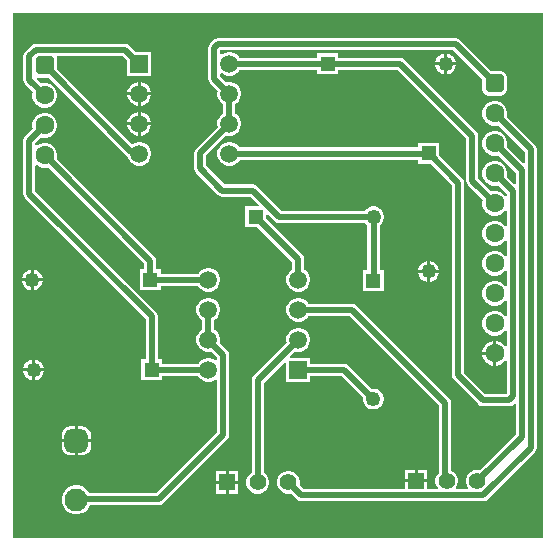
<source format=gbr>
%TF.GenerationSoftware,Altium Limited,Altium Designer,24.10.1 (45)*%
G04 Layer_Physical_Order=2*
G04 Layer_Color=16711680*
%FSLAX45Y45*%
%MOMM*%
%TF.SameCoordinates,47669921-03A9-45D4-BEC5-7B78C51FF8BB*%
%TF.FilePolarity,Positive*%
%TF.FileFunction,Copper,L2,Bot,Signal*%
%TF.Part,Single*%
G01*
G75*
%TA.AperFunction,Conductor*%
%ADD10C,0.50800*%
%TA.AperFunction,ComponentPad*%
%ADD11C,1.60000*%
G04:AMPARAMS|DCode=12|XSize=1.6mm|YSize=1.6mm|CornerRadius=0.4mm|HoleSize=0mm|Usage=FLASHONLY|Rotation=270.000|XOffset=0mm|YOffset=0mm|HoleType=Round|Shape=RoundedRectangle|*
%AMROUNDEDRECTD12*
21,1,1.60000,0.80000,0,0,270.0*
21,1,0.80000,1.60000,0,0,270.0*
1,1,0.80000,-0.40000,-0.40000*
1,1,0.80000,-0.40000,0.40000*
1,1,0.80000,0.40000,0.40000*
1,1,0.80000,0.40000,-0.40000*
%
%ADD12ROUNDEDRECTD12*%
G04:AMPARAMS|DCode=13|XSize=1.95mm|YSize=1.95mm|CornerRadius=0.4875mm|HoleSize=0mm|Usage=FLASHONLY|Rotation=270.000|XOffset=0mm|YOffset=0mm|HoleType=Round|Shape=RoundedRectangle|*
%AMROUNDEDRECTD13*
21,1,1.95000,0.97500,0,0,270.0*
21,1,0.97500,1.95000,0,0,270.0*
1,1,0.97500,-0.48750,-0.48750*
1,1,0.97500,-0.48750,0.48750*
1,1,0.97500,0.48750,0.48750*
1,1,0.97500,0.48750,-0.48750*
%
%ADD13ROUNDEDRECTD13*%
%ADD14C,1.95000*%
%ADD15R,1.40000X1.40000*%
%ADD16C,1.40000*%
%ADD17C,1.50000*%
%ADD18R,1.50000X1.50000*%
%ADD19C,1.25000*%
%ADD20R,1.25000X1.25000*%
%ADD21R,1.25000X1.25000*%
G36*
X4483100Y0D02*
X0D01*
Y4445000D01*
X4483100D01*
Y0D01*
D02*
G37*
%LPC*%
G36*
X3675000Y4100798D02*
Y4025900D01*
X3749898D01*
X3744210Y4047128D01*
X3732637Y4067172D01*
X3716272Y4083537D01*
X3696228Y4095110D01*
X3675000Y4100798D01*
D02*
G37*
G36*
X3649600D02*
X3628372Y4095110D01*
X3608328Y4083537D01*
X3591963Y4067172D01*
X3580390Y4047128D01*
X3574702Y4025900D01*
X3649600D01*
Y4100798D01*
D02*
G37*
G36*
X3749898Y4000500D02*
X3675000D01*
Y3925602D01*
X3696228Y3931290D01*
X3716272Y3942863D01*
X3732637Y3959228D01*
X3744210Y3979272D01*
X3749898Y4000500D01*
D02*
G37*
G36*
X3649600D02*
X3574702D01*
X3580390Y3979272D01*
X3591963Y3959228D01*
X3608328Y3942863D01*
X3628372Y3931290D01*
X3649600Y3925602D01*
Y4000500D01*
D02*
G37*
G36*
X948700Y4183095D02*
X189089D01*
X169268Y4179153D01*
X152465Y4167925D01*
X99275Y4114735D01*
X88047Y4097932D01*
X84105Y4078111D01*
Y3877300D01*
X88047Y3857479D01*
X99275Y3840675D01*
X165162Y3774788D01*
X161300Y3760376D01*
Y3732624D01*
X168483Y3705817D01*
X182359Y3681783D01*
X201983Y3662159D01*
X226017Y3648283D01*
X252824Y3641100D01*
X280576D01*
X307383Y3648283D01*
X331417Y3662159D01*
X351041Y3681783D01*
X364917Y3705817D01*
X372100Y3732624D01*
Y3760376D01*
X364917Y3787183D01*
X351041Y3811217D01*
X331417Y3830841D01*
X307383Y3844717D01*
X280576Y3851900D01*
X252824D01*
X238412Y3848038D01*
X199018Y3887431D01*
X206212Y3898198D01*
X209627Y3896783D01*
X226700Y3894536D01*
X299415D01*
X960394Y3233556D01*
X969155Y3227703D01*
X973242Y3212447D01*
X986460Y3189553D01*
X1005153Y3170860D01*
X1028047Y3157642D01*
X1053582Y3150800D01*
X1080018D01*
X1105553Y3157642D01*
X1128447Y3170860D01*
X1147140Y3189553D01*
X1160358Y3212447D01*
X1167200Y3237982D01*
Y3264418D01*
X1160358Y3289953D01*
X1147140Y3312847D01*
X1128447Y3331540D01*
X1105553Y3344758D01*
X1080018Y3351600D01*
X1053582D01*
X1028047Y3344758D01*
X1007534Y3332915D01*
X372664Y3967785D01*
Y4040500D01*
X370417Y4057573D01*
X366593Y4066805D01*
X374398Y4079505D01*
X927246D01*
X966400Y4040350D01*
Y3912800D01*
X1167200D01*
Y4113600D01*
X1039650D01*
X985325Y4167925D01*
X968521Y4179153D01*
X948700Y4183095D01*
D02*
G37*
G36*
X1080018Y3859600D02*
X1079500D01*
Y3771900D01*
X1167200D01*
Y3772418D01*
X1160358Y3797953D01*
X1147140Y3820847D01*
X1128447Y3839540D01*
X1105553Y3852758D01*
X1080018Y3859600D01*
D02*
G37*
G36*
X1054100D02*
X1053582D01*
X1028047Y3852758D01*
X1005153Y3839540D01*
X986460Y3820847D01*
X973242Y3797953D01*
X966400Y3772418D01*
Y3771900D01*
X1054100D01*
Y3859600D01*
D02*
G37*
G36*
X3746500Y4230095D02*
X1731558D01*
X1711737Y4226153D01*
X1694933Y4214925D01*
X1694933Y4214924D01*
X1665175Y4185167D01*
X1653947Y4168363D01*
X1650005Y4148542D01*
Y3886200D01*
X1653947Y3866379D01*
X1665175Y3849575D01*
X1731344Y3783406D01*
X1728400Y3772418D01*
Y3745982D01*
X1735242Y3720447D01*
X1748460Y3697553D01*
X1767153Y3678860D01*
X1777005Y3673172D01*
Y3591228D01*
X1767153Y3585540D01*
X1748460Y3566847D01*
X1735242Y3543953D01*
X1728400Y3518418D01*
Y3491982D01*
X1731344Y3480994D01*
X1546517Y3296167D01*
X1535289Y3279363D01*
X1531347Y3259542D01*
Y3128558D01*
X1535289Y3108737D01*
X1546517Y3091933D01*
X1734276Y2904174D01*
X1751080Y2892946D01*
X1770901Y2889004D01*
X2005089D01*
X2076659Y2817433D01*
X2071799Y2805700D01*
X1964800D01*
Y2629900D01*
X2067350D01*
X2361205Y2336046D01*
Y2270428D01*
X2351353Y2264740D01*
X2332660Y2246047D01*
X2319442Y2223153D01*
X2312600Y2197618D01*
Y2171182D01*
X2319442Y2145647D01*
X2332660Y2122753D01*
X2351353Y2104060D01*
X2374247Y2090842D01*
X2399782Y2084000D01*
X2426218D01*
X2451753Y2090842D01*
X2474647Y2104060D01*
X2493340Y2122753D01*
X2506558Y2145647D01*
X2513400Y2171182D01*
Y2197618D01*
X2506558Y2223153D01*
X2493340Y2246047D01*
X2474647Y2264740D01*
X2464795Y2270428D01*
Y2357499D01*
X2464795Y2357500D01*
X2460853Y2377321D01*
X2449625Y2394125D01*
X2140600Y2703150D01*
Y2736899D01*
X2152333Y2741759D01*
X2212917Y2681175D01*
X2229721Y2669947D01*
X2249542Y2666005D01*
X2981106D01*
X2982363Y2663828D01*
X2998555Y2647636D01*
Y2264300D01*
X2960100D01*
Y2088500D01*
X3135900D01*
Y2264300D01*
X3102145D01*
Y2644849D01*
X3106672Y2647463D01*
X3123037Y2663828D01*
X3134610Y2683872D01*
X3140600Y2706228D01*
Y2729372D01*
X3134610Y2751728D01*
X3123037Y2771772D01*
X3106672Y2788137D01*
X3086628Y2799710D01*
X3064272Y2805700D01*
X3041128D01*
X3018772Y2799710D01*
X2998728Y2788137D01*
X2982363Y2771772D01*
X2981106Y2769595D01*
X2270996D01*
X2063168Y2977424D01*
X2046364Y2988651D01*
X2026543Y2992594D01*
X1792356D01*
X1634937Y3150012D01*
Y3238088D01*
X1804594Y3407744D01*
X1815582Y3404800D01*
X1842018D01*
X1867553Y3411642D01*
X1890447Y3424860D01*
X1909140Y3443553D01*
X1922358Y3466447D01*
X1929200Y3491982D01*
Y3518418D01*
X1922358Y3543953D01*
X1909140Y3566847D01*
X1890447Y3585540D01*
X1880595Y3591228D01*
Y3673172D01*
X1890447Y3678860D01*
X1909140Y3697553D01*
X1922358Y3720447D01*
X1929200Y3745982D01*
Y3772418D01*
X1922358Y3797953D01*
X1909140Y3820847D01*
X1890447Y3839540D01*
X1867553Y3852758D01*
X1842018Y3859600D01*
X1815582D01*
X1804594Y3856656D01*
X1753595Y3907654D01*
Y3929824D01*
X1765328Y3934685D01*
X1767153Y3932860D01*
X1790047Y3919642D01*
X1815582Y3912800D01*
X1842018D01*
X1867553Y3919642D01*
X1890447Y3932860D01*
X1909140Y3951553D01*
X1914828Y3961405D01*
X2574400D01*
Y3925300D01*
X2750200D01*
Y3961405D01*
X3255146D01*
X3834405Y3382146D01*
Y3022600D01*
X3838347Y3002779D01*
X3849575Y2985975D01*
X3975162Y2860388D01*
X3971300Y2845976D01*
Y2818224D01*
X3978483Y2791417D01*
X3992359Y2767383D01*
X4011983Y2747759D01*
X4036017Y2733883D01*
X4062824Y2726700D01*
X4090576D01*
X4117383Y2733883D01*
X4141417Y2747759D01*
X4161041Y2767383D01*
X4164605Y2773556D01*
X4177305Y2770153D01*
Y2640047D01*
X4164605Y2636644D01*
X4161041Y2642817D01*
X4141417Y2662441D01*
X4117383Y2676317D01*
X4090576Y2683500D01*
X4062824D01*
X4036017Y2676317D01*
X4011983Y2662441D01*
X3992359Y2642817D01*
X3978483Y2618783D01*
X3971300Y2591976D01*
Y2564224D01*
X3978483Y2537417D01*
X3992359Y2513383D01*
X4011983Y2493759D01*
X4036017Y2479883D01*
X4062824Y2472700D01*
X4090576D01*
X4117383Y2479883D01*
X4141417Y2493759D01*
X4161041Y2513383D01*
X4164605Y2519556D01*
X4177305Y2516153D01*
Y2386047D01*
X4164605Y2382644D01*
X4161041Y2388817D01*
X4141417Y2408441D01*
X4117383Y2422317D01*
X4090576Y2429500D01*
X4062824D01*
X4036017Y2422317D01*
X4011983Y2408441D01*
X3992359Y2388817D01*
X3978483Y2364783D01*
X3971300Y2337976D01*
Y2310224D01*
X3978483Y2283417D01*
X3992359Y2259383D01*
X4011983Y2239759D01*
X4036017Y2225883D01*
X4062824Y2218700D01*
X4090576D01*
X4117383Y2225883D01*
X4141417Y2239759D01*
X4161041Y2259383D01*
X4164605Y2265556D01*
X4177305Y2262153D01*
Y2132047D01*
X4164605Y2128644D01*
X4161041Y2134817D01*
X4141417Y2154441D01*
X4117383Y2168317D01*
X4090576Y2175500D01*
X4062824D01*
X4036017Y2168317D01*
X4011983Y2154441D01*
X3992359Y2134817D01*
X3978483Y2110783D01*
X3971300Y2083976D01*
Y2056224D01*
X3978483Y2029417D01*
X3992359Y2005383D01*
X4011983Y1985759D01*
X4036017Y1971883D01*
X4062824Y1964700D01*
X4090576D01*
X4117383Y1971883D01*
X4141417Y1985759D01*
X4161041Y2005383D01*
X4164605Y2011556D01*
X4177305Y2008153D01*
Y1878047D01*
X4164605Y1874644D01*
X4161041Y1880817D01*
X4141417Y1900441D01*
X4117383Y1914317D01*
X4090576Y1921500D01*
X4062824D01*
X4036017Y1914317D01*
X4011983Y1900441D01*
X3992359Y1880817D01*
X3978483Y1856783D01*
X3971300Y1829976D01*
Y1802224D01*
X3978483Y1775417D01*
X3992359Y1751383D01*
X4011983Y1731759D01*
X4036017Y1717883D01*
X4062824Y1710700D01*
X4090576D01*
X4117383Y1717883D01*
X4141417Y1731759D01*
X4161041Y1751383D01*
X4164605Y1757556D01*
X4177305Y1754153D01*
Y1624047D01*
X4164605Y1620644D01*
X4161041Y1626817D01*
X4141417Y1646441D01*
X4117383Y1660317D01*
X4090576Y1667500D01*
X4089400D01*
Y1562100D01*
Y1456700D01*
X4090576D01*
X4117383Y1463883D01*
X4141417Y1477759D01*
X4161041Y1497383D01*
X4164605Y1503556D01*
X4177305Y1500153D01*
Y1220195D01*
X3996554D01*
X3816845Y1399904D01*
Y3008750D01*
X3812903Y3028571D01*
X3801675Y3045375D01*
X3605800Y3241250D01*
Y3343800D01*
X3430000D01*
Y3305345D01*
X1913471D01*
X1909140Y3312847D01*
X1890447Y3331540D01*
X1867553Y3344758D01*
X1842018Y3351600D01*
X1815582D01*
X1790047Y3344758D01*
X1767153Y3331540D01*
X1748460Y3312847D01*
X1735242Y3289953D01*
X1728400Y3264418D01*
Y3237982D01*
X1735242Y3212447D01*
X1748460Y3189553D01*
X1767153Y3170860D01*
X1790047Y3157642D01*
X1815582Y3150800D01*
X1842018D01*
X1867553Y3157642D01*
X1890447Y3170860D01*
X1909140Y3189553D01*
X1916185Y3201755D01*
X3430000D01*
Y3168000D01*
X3532550D01*
X3713255Y2987296D01*
Y1378450D01*
X3717198Y1358629D01*
X3728425Y1341825D01*
X3938475Y1131775D01*
X3955279Y1120547D01*
X3975100Y1116605D01*
X4199342D01*
X4219163Y1120547D01*
X4235967Y1131775D01*
X4241772Y1137580D01*
X4253505Y1132720D01*
Y879054D01*
X3950424Y575973D01*
X3942860Y578000D01*
X3917740D01*
X3893477Y571498D01*
X3871723Y558939D01*
X3853961Y541177D01*
X3841402Y519423D01*
X3834900Y495160D01*
Y470040D01*
X3841402Y445777D01*
X3852649Y426295D01*
X3848277Y413595D01*
X3752323D01*
X3747951Y426295D01*
X3759198Y445777D01*
X3765700Y470040D01*
Y495160D01*
X3759198Y519423D01*
X3746639Y541177D01*
X3728877Y558939D01*
X3709395Y570187D01*
Y1143000D01*
X3705453Y1162821D01*
X3694225Y1179625D01*
X2906825Y1967025D01*
X2890021Y1978253D01*
X2870200Y1982195D01*
X2499028D01*
X2493340Y1992047D01*
X2474647Y2010740D01*
X2451753Y2023958D01*
X2426218Y2030800D01*
X2399782D01*
X2374247Y2023958D01*
X2351353Y2010740D01*
X2332660Y1992047D01*
X2319442Y1969153D01*
X2312600Y1943618D01*
Y1917182D01*
X2319442Y1891647D01*
X2332660Y1868753D01*
X2351353Y1850060D01*
X2374247Y1836842D01*
X2399782Y1830000D01*
X2426218D01*
X2451753Y1836842D01*
X2474647Y1850060D01*
X2493340Y1868753D01*
X2499028Y1878605D01*
X2848746D01*
X3605805Y1121546D01*
Y553021D01*
X3593961Y541177D01*
X3581402Y519423D01*
X3574900Y495160D01*
Y470040D01*
X3581402Y445777D01*
X3592649Y426295D01*
X3588277Y413595D01*
X3505700D01*
Y469900D01*
X3410300D01*
X3314900D01*
Y413595D01*
X2459654D01*
X2423473Y449776D01*
X2425500Y457340D01*
Y482460D01*
X2418998Y506723D01*
X2406439Y528477D01*
X2388677Y546239D01*
X2366923Y558798D01*
X2342660Y565300D01*
X2317540D01*
X2293277Y558798D01*
X2271523Y546239D01*
X2253761Y528477D01*
X2241202Y506723D01*
X2234700Y482460D01*
Y457340D01*
X2241202Y433077D01*
X2253761Y411323D01*
X2271523Y393561D01*
X2293277Y381002D01*
X2317540Y374500D01*
X2342660D01*
X2350224Y376527D01*
X2401575Y325176D01*
X2401575Y325175D01*
X2418379Y313947D01*
X2438200Y310004D01*
X2438201Y310005D01*
X3980337D01*
X4000158Y313947D01*
X4016962Y325175D01*
X4418124Y726338D01*
X4418125Y726338D01*
X4429353Y743142D01*
X4433295Y762963D01*
Y3289300D01*
X4429353Y3309121D01*
X4418125Y3325925D01*
X4178238Y3565812D01*
X4182100Y3580224D01*
Y3607976D01*
X4174917Y3634783D01*
X4161041Y3658817D01*
X4141417Y3678441D01*
X4117383Y3692317D01*
X4090576Y3699500D01*
X4062824D01*
X4036017Y3692317D01*
X4011983Y3678441D01*
X3992359Y3658817D01*
X3978483Y3634783D01*
X3971300Y3607976D01*
Y3580224D01*
X3978483Y3553417D01*
X3992359Y3529383D01*
X4011983Y3509759D01*
X4036017Y3495883D01*
X4062824Y3488700D01*
X4090576D01*
X4104988Y3492562D01*
X4329705Y3267846D01*
Y3176938D01*
X4317972Y3172078D01*
X4178238Y3311812D01*
X4182100Y3326224D01*
Y3353976D01*
X4174917Y3380783D01*
X4161041Y3404817D01*
X4141417Y3424441D01*
X4117383Y3438317D01*
X4090576Y3445500D01*
X4062824D01*
X4036017Y3438317D01*
X4011983Y3424441D01*
X3992359Y3404817D01*
X3978483Y3380783D01*
X3971300Y3353976D01*
Y3326224D01*
X3978483Y3299417D01*
X3992359Y3275383D01*
X4011983Y3255759D01*
X4036017Y3241883D01*
X4062824Y3234700D01*
X4090576D01*
X4104988Y3238562D01*
X4253505Y3090046D01*
Y2999138D01*
X4241772Y2994278D01*
X4178238Y3057812D01*
X4182100Y3072224D01*
Y3099976D01*
X4174917Y3126783D01*
X4161041Y3150817D01*
X4141417Y3170441D01*
X4117383Y3184317D01*
X4090576Y3191500D01*
X4062824D01*
X4036017Y3184317D01*
X4011983Y3170441D01*
X3992359Y3150817D01*
X3978483Y3126783D01*
X3971300Y3099976D01*
Y3072224D01*
X3978483Y3045417D01*
X3992359Y3021383D01*
X4011983Y3001759D01*
X4036017Y2987883D01*
X4062824Y2980700D01*
X4090576D01*
X4104988Y2984562D01*
X4177305Y2912246D01*
Y2894047D01*
X4164605Y2890644D01*
X4161041Y2896817D01*
X4141417Y2916441D01*
X4117383Y2930317D01*
X4090576Y2937500D01*
X4062824D01*
X4048412Y2933638D01*
X3937995Y3044054D01*
Y3403599D01*
X3937995Y3403600D01*
X3934053Y3423421D01*
X3922825Y3440225D01*
X3922824Y3440225D01*
X3313225Y4049825D01*
X3296421Y4061053D01*
X3276600Y4064995D01*
X2750200D01*
Y4101100D01*
X2574400D01*
Y4064995D01*
X1914828D01*
X1909140Y4074847D01*
X1890447Y4093540D01*
X1867553Y4106758D01*
X1842018Y4113600D01*
X1815582D01*
X1790047Y4106758D01*
X1767153Y4093540D01*
X1765328Y4091715D01*
X1753595Y4096576D01*
Y4126505D01*
X3725046D01*
X3970736Y3880815D01*
Y3808100D01*
X3972983Y3791027D01*
X3979573Y3775118D01*
X3990056Y3761456D01*
X4003718Y3750973D01*
X4019627Y3744383D01*
X4036700Y3742136D01*
X4116700D01*
X4133773Y3744383D01*
X4149682Y3750973D01*
X4163344Y3761456D01*
X4173827Y3775118D01*
X4180417Y3791027D01*
X4182664Y3808100D01*
Y3888100D01*
X4180417Y3905173D01*
X4173827Y3921082D01*
X4163344Y3934744D01*
X4149682Y3945227D01*
X4133773Y3951817D01*
X4116700Y3954064D01*
X4043985D01*
X3783125Y4214925D01*
X3766321Y4226153D01*
X3746500Y4230095D01*
D02*
G37*
G36*
X1167200Y3746500D02*
X1079500D01*
Y3658800D01*
X1080018D01*
X1105553Y3665642D01*
X1128447Y3678860D01*
X1147140Y3697553D01*
X1160358Y3720447D01*
X1167200Y3745982D01*
Y3746500D01*
D02*
G37*
G36*
X1054100D02*
X966400D01*
Y3745982D01*
X973242Y3720447D01*
X986460Y3697553D01*
X1005153Y3678860D01*
X1028047Y3665642D01*
X1053582Y3658800D01*
X1054100D01*
Y3746500D01*
D02*
G37*
G36*
X1080018Y3605600D02*
X1079500D01*
Y3517900D01*
X1167200D01*
Y3518418D01*
X1160358Y3543953D01*
X1147140Y3566847D01*
X1128447Y3585540D01*
X1105553Y3598758D01*
X1080018Y3605600D01*
D02*
G37*
G36*
X1054100D02*
X1053582D01*
X1028047Y3598758D01*
X1005153Y3585540D01*
X986460Y3566847D01*
X973242Y3543953D01*
X966400Y3518418D01*
Y3517900D01*
X1054100D01*
Y3605600D01*
D02*
G37*
G36*
X1167200Y3492500D02*
X1079500D01*
Y3404800D01*
X1080018D01*
X1105553Y3411642D01*
X1128447Y3424860D01*
X1147140Y3443553D01*
X1160358Y3466447D01*
X1167200Y3491982D01*
Y3492500D01*
D02*
G37*
G36*
X1054100D02*
X966400D01*
Y3491982D01*
X973242Y3466447D01*
X986460Y3443553D01*
X1005153Y3424860D01*
X1028047Y3411642D01*
X1053582Y3404800D01*
X1054100D01*
Y3492500D01*
D02*
G37*
G36*
X280576Y3597900D02*
X252824D01*
X226017Y3590717D01*
X201983Y3576841D01*
X182359Y3557217D01*
X168483Y3533183D01*
X161300Y3506376D01*
Y3478624D01*
X165162Y3464212D01*
X99275Y3398325D01*
X88047Y3381521D01*
X84105Y3361700D01*
Y2914425D01*
X88047Y2894604D01*
X99275Y2877800D01*
X1121305Y1855771D01*
Y1510300D01*
X1085200D01*
Y1334500D01*
X1261000D01*
Y1370605D01*
X1564972D01*
X1570660Y1360753D01*
X1589353Y1342060D01*
X1612247Y1328842D01*
X1637782Y1322000D01*
X1664218D01*
X1689753Y1328842D01*
X1712647Y1342060D01*
X1713272Y1342685D01*
X1725005Y1337824D01*
Y896554D01*
X1210446Y381995D01*
X640386D01*
X631744Y396963D01*
X608862Y419845D01*
X580838Y436025D01*
X549580Y444400D01*
X517220D01*
X485962Y436025D01*
X457938Y419845D01*
X435056Y396963D01*
X418875Y368938D01*
X410500Y337681D01*
Y305320D01*
X418875Y274063D01*
X435056Y246038D01*
X457938Y223156D01*
X485962Y206976D01*
X517220Y198601D01*
X549580D01*
X580838Y206976D01*
X608862Y223156D01*
X631744Y246038D01*
X647925Y274063D01*
X649088Y278405D01*
X1231900D01*
X1251721Y282347D01*
X1268525Y293575D01*
X1813425Y838475D01*
X1824653Y855279D01*
X1828595Y875100D01*
Y1550600D01*
X1824653Y1570421D01*
X1813425Y1587225D01*
X1748456Y1652194D01*
X1751400Y1663182D01*
Y1689618D01*
X1744558Y1715153D01*
X1731340Y1738047D01*
X1712647Y1756740D01*
X1702795Y1762428D01*
Y1844372D01*
X1712647Y1850060D01*
X1731340Y1868753D01*
X1744558Y1891647D01*
X1751400Y1917182D01*
Y1943618D01*
X1744558Y1969153D01*
X1731340Y1992047D01*
X1712647Y2010740D01*
X1689753Y2023958D01*
X1664218Y2030800D01*
X1637782D01*
X1612247Y2023958D01*
X1589353Y2010740D01*
X1570660Y1992047D01*
X1557442Y1969153D01*
X1550600Y1943618D01*
Y1917182D01*
X1557442Y1891647D01*
X1570660Y1868753D01*
X1589353Y1850060D01*
X1599205Y1844372D01*
Y1762428D01*
X1589353Y1756740D01*
X1570660Y1738047D01*
X1557442Y1715153D01*
X1550600Y1689618D01*
Y1663182D01*
X1557442Y1637647D01*
X1570660Y1614753D01*
X1589353Y1596060D01*
X1612247Y1582842D01*
X1637782Y1576000D01*
X1664218D01*
X1675206Y1578944D01*
X1725005Y1529146D01*
Y1506976D01*
X1713272Y1502115D01*
X1712647Y1502740D01*
X1689753Y1515958D01*
X1664218Y1522800D01*
X1637782D01*
X1612247Y1515958D01*
X1589353Y1502740D01*
X1570660Y1484047D01*
X1564972Y1474195D01*
X1261000D01*
Y1510300D01*
X1224895D01*
Y1877224D01*
X1224895Y1877225D01*
X1220953Y1897046D01*
X1209725Y1913850D01*
X187695Y2935880D01*
Y3151853D01*
X199428Y3156714D01*
X201983Y3154159D01*
X226017Y3140283D01*
X252824Y3133100D01*
X280576D01*
X294988Y3136962D01*
X1108605Y2323346D01*
Y2272300D01*
X1072500D01*
Y2096500D01*
X1248300D01*
Y2132605D01*
X1564972D01*
X1570660Y2122753D01*
X1589353Y2104060D01*
X1612247Y2090842D01*
X1637782Y2084000D01*
X1664218D01*
X1689753Y2090842D01*
X1712647Y2104060D01*
X1731340Y2122753D01*
X1744558Y2145647D01*
X1751400Y2171182D01*
Y2197618D01*
X1744558Y2223153D01*
X1731340Y2246047D01*
X1712647Y2264740D01*
X1689753Y2277958D01*
X1664218Y2284800D01*
X1637782D01*
X1612247Y2277958D01*
X1589353Y2264740D01*
X1570660Y2246047D01*
X1564972Y2236195D01*
X1248300D01*
Y2272300D01*
X1212195D01*
Y2344800D01*
X1208253Y2364621D01*
X1197025Y2381425D01*
X368238Y3210212D01*
X372100Y3224624D01*
Y3252376D01*
X364917Y3279183D01*
X351041Y3303217D01*
X331417Y3322841D01*
X307383Y3336717D01*
X280576Y3343900D01*
X252824D01*
X226017Y3336717D01*
X201983Y3322841D01*
X199428Y3320286D01*
X187695Y3325147D01*
Y3340246D01*
X238412Y3390962D01*
X252824Y3387100D01*
X280576D01*
X307383Y3394283D01*
X331417Y3408159D01*
X351041Y3427783D01*
X364917Y3451817D01*
X372100Y3478624D01*
Y3506376D01*
X364917Y3533183D01*
X351041Y3557217D01*
X331417Y3576841D01*
X307383Y3590717D01*
X280576Y3597900D01*
D02*
G37*
G36*
X3530600Y2343498D02*
Y2268600D01*
X3605498D01*
X3599810Y2289828D01*
X3588237Y2309872D01*
X3571872Y2326237D01*
X3551828Y2337810D01*
X3530600Y2343498D01*
D02*
G37*
G36*
X3505200D02*
X3483972Y2337810D01*
X3463928Y2326237D01*
X3447563Y2309872D01*
X3435990Y2289828D01*
X3430302Y2268600D01*
X3505200D01*
Y2343498D01*
D02*
G37*
G36*
X173100Y2271998D02*
Y2197100D01*
X247998D01*
X242310Y2218328D01*
X230737Y2238372D01*
X214372Y2254737D01*
X194328Y2266310D01*
X173100Y2271998D01*
D02*
G37*
G36*
X147700D02*
X126472Y2266310D01*
X106428Y2254737D01*
X90063Y2238372D01*
X78490Y2218328D01*
X72802Y2197100D01*
X147700D01*
Y2271998D01*
D02*
G37*
G36*
X3605498Y2243200D02*
X3530600D01*
Y2168302D01*
X3551828Y2173990D01*
X3571872Y2185563D01*
X3588237Y2201928D01*
X3599810Y2221972D01*
X3605498Y2243200D01*
D02*
G37*
G36*
X3505200D02*
X3430302D01*
X3435990Y2221972D01*
X3447563Y2201928D01*
X3463928Y2185563D01*
X3483972Y2173990D01*
X3505200Y2168302D01*
Y2243200D01*
D02*
G37*
G36*
X247998Y2171700D02*
X173100D01*
Y2096802D01*
X194328Y2102490D01*
X214372Y2114063D01*
X230737Y2130428D01*
X242310Y2150472D01*
X247998Y2171700D01*
D02*
G37*
G36*
X147700D02*
X72802D01*
X78490Y2150472D01*
X90063Y2130428D01*
X106428Y2114063D01*
X126472Y2102490D01*
X147700Y2096802D01*
Y2171700D01*
D02*
G37*
G36*
X2426218Y1776800D02*
X2399782D01*
X2374247Y1769958D01*
X2351353Y1756740D01*
X2332660Y1738047D01*
X2319442Y1715153D01*
X2312600Y1689618D01*
Y1663182D01*
X2315544Y1652194D01*
X2033475Y1370125D01*
X2022247Y1353321D01*
X2018305Y1333500D01*
Y550154D01*
X2011523Y546239D01*
X1993761Y528477D01*
X1981202Y506723D01*
X1974700Y482460D01*
Y457340D01*
X1981202Y433077D01*
X1993761Y411323D01*
X2011523Y393561D01*
X2033277Y381002D01*
X2057540Y374500D01*
X2082660D01*
X2106923Y381002D01*
X2128677Y393561D01*
X2146439Y411323D01*
X2158998Y433077D01*
X2165500Y457340D01*
Y482460D01*
X2158998Y506723D01*
X2146439Y528477D01*
X2128677Y546239D01*
X2121895Y550154D01*
Y1312046D01*
X2300867Y1491017D01*
X2312600Y1486157D01*
Y1322000D01*
X2513400D01*
Y1370605D01*
X2780546D01*
X2960750Y1190400D01*
X2960100Y1187972D01*
Y1164828D01*
X2966090Y1142472D01*
X2977663Y1122428D01*
X2994028Y1106063D01*
X3014072Y1094490D01*
X3036428Y1088500D01*
X3059572D01*
X3081928Y1094490D01*
X3101972Y1106063D01*
X3118337Y1122428D01*
X3129910Y1142472D01*
X3135900Y1164828D01*
Y1187972D01*
X3129910Y1210328D01*
X3118337Y1230372D01*
X3101972Y1246737D01*
X3081928Y1258310D01*
X3059572Y1264300D01*
X3036428D01*
X3034000Y1263649D01*
X2838625Y1459025D01*
X2821821Y1470253D01*
X2802000Y1474195D01*
X2513400D01*
Y1522800D01*
X2349243D01*
X2344383Y1534533D01*
X2388794Y1578944D01*
X2399782Y1576000D01*
X2426218D01*
X2451753Y1582842D01*
X2474647Y1596060D01*
X2493340Y1614753D01*
X2506558Y1637647D01*
X2513400Y1663182D01*
Y1689618D01*
X2506558Y1715153D01*
X2493340Y1738047D01*
X2474647Y1756740D01*
X2451753Y1769958D01*
X2426218Y1776800D01*
D02*
G37*
G36*
X4064000Y1667500D02*
X4062824D01*
X4036017Y1660317D01*
X4011983Y1646441D01*
X3992359Y1626817D01*
X3978483Y1602783D01*
X3971300Y1575976D01*
Y1574800D01*
X4064000D01*
Y1667500D01*
D02*
G37*
G36*
Y1549400D02*
X3971300D01*
Y1548224D01*
X3978483Y1521417D01*
X3992359Y1497383D01*
X4011983Y1477759D01*
X4036017Y1463883D01*
X4062824Y1456700D01*
X4064000D01*
Y1549400D01*
D02*
G37*
G36*
X185800Y1509998D02*
Y1435100D01*
X260698D01*
X255010Y1456328D01*
X243437Y1476372D01*
X227072Y1492737D01*
X207028Y1504310D01*
X185800Y1509998D01*
D02*
G37*
G36*
X160400D02*
X139172Y1504310D01*
X119128Y1492737D01*
X102763Y1476372D01*
X91190Y1456328D01*
X85502Y1435100D01*
X160400D01*
Y1509998D01*
D02*
G37*
G36*
X260698Y1409700D02*
X185800D01*
Y1334802D01*
X207028Y1340490D01*
X227072Y1352063D01*
X243437Y1368428D01*
X255010Y1388472D01*
X260698Y1409700D01*
D02*
G37*
G36*
X160400D02*
X85502D01*
X91190Y1388472D01*
X102763Y1368428D01*
X119128Y1352063D01*
X139172Y1340490D01*
X160400Y1334802D01*
Y1409700D01*
D02*
G37*
G36*
X582150Y945039D02*
X546100D01*
Y834199D01*
X656940D01*
Y870249D01*
X654391Y889607D01*
X646920Y907644D01*
X635034Y923134D01*
X619545Y935019D01*
X601507Y942491D01*
X582150Y945039D01*
D02*
G37*
G36*
X520700D02*
X484650D01*
X465293Y942491D01*
X447255Y935019D01*
X431766Y923134D01*
X419880Y907644D01*
X412409Y889607D01*
X409860Y870249D01*
Y834199D01*
X520700D01*
Y945039D01*
D02*
G37*
G36*
X656940Y808799D02*
X546100D01*
Y697960D01*
X582150D01*
X601507Y700508D01*
X619545Y707980D01*
X635034Y719865D01*
X646920Y735355D01*
X654391Y753392D01*
X656940Y772750D01*
Y808799D01*
D02*
G37*
G36*
X520700D02*
X409860D01*
Y772750D01*
X412409Y753392D01*
X419880Y735355D01*
X431766Y719865D01*
X447255Y707980D01*
X465293Y700508D01*
X484650Y697960D01*
X520700D01*
Y808799D01*
D02*
G37*
G36*
X3505700Y578000D02*
X3423000D01*
Y495300D01*
X3505700D01*
Y578000D01*
D02*
G37*
G36*
X3397600D02*
X3314900D01*
Y495300D01*
X3397600D01*
Y578000D01*
D02*
G37*
G36*
X1905500Y565300D02*
X1822800D01*
Y482600D01*
X1905500D01*
Y565300D01*
D02*
G37*
G36*
X1797400D02*
X1714700D01*
Y482600D01*
X1797400D01*
Y565300D01*
D02*
G37*
G36*
X1905500Y457200D02*
X1822800D01*
Y374500D01*
X1905500D01*
Y457200D01*
D02*
G37*
G36*
X1797400D02*
X1714700D01*
Y374500D01*
X1797400D01*
Y457200D01*
D02*
G37*
%LPD*%
D10*
X2330100Y469900D02*
X2438200Y361800D01*
X3980337D01*
X4381500Y762963D01*
Y3289300D01*
X4076700Y3594100D02*
X4381500Y3289300D01*
X3930300Y482600D02*
X4305300Y857600D01*
Y3111500D01*
X4076700Y3340100D02*
X4305300Y3111500D01*
X1173100Y1422400D02*
Y1877225D01*
X135900Y2914425D02*
X1173100Y1877225D01*
X135900Y3361700D02*
X266700Y3492500D01*
X135900Y2914425D02*
Y3361700D01*
X1160400Y2184400D02*
Y2344800D01*
X266700Y3238500D02*
X1160400Y2344800D01*
X948700Y4131300D02*
X1066800Y4013200D01*
X189089Y4131300D02*
X948700D01*
X135900Y4078111D02*
X189089Y4131300D01*
X135900Y3877300D02*
Y4078111D01*
Y3877300D02*
X266700Y3746500D01*
X997019Y3270181D02*
X1047819D01*
X1066800Y3251200D01*
X266700Y4000500D02*
X997019Y3270181D01*
X1160400Y2184400D02*
X1651000D01*
X1173100Y1422400D02*
X1651000D01*
X3886200Y3022600D02*
Y3403600D01*
Y3022600D02*
X4076700Y2832100D01*
X2662300Y4013200D02*
X3276600D01*
X3886200Y3403600D01*
X1828800Y4013200D02*
X2662300D01*
X3746500Y4178300D02*
X4076700Y3848100D01*
X1731558Y4178300D02*
X3746500D01*
X1701800Y3886200D02*
Y4148542D01*
X1731558Y4178300D01*
X1701800Y3886200D02*
X1828800Y3759200D01*
X3975100Y1168400D02*
X4199342D01*
X4076700Y3086100D02*
X4229100Y2933700D01*
Y1198158D02*
Y2933700D01*
X4199342Y1168400D02*
X4229100Y1198158D01*
X3765050Y1378450D02*
X3975100Y1168400D01*
X3765050Y1378450D02*
Y3008750D01*
X3517900Y3255900D02*
X3765050Y3008750D01*
X2870200Y1930400D02*
X3657600Y1143000D01*
Y495300D02*
Y1143000D01*
Y495300D02*
X3670300Y482600D01*
X1828800Y3251200D02*
X1831150Y3253550D01*
X3515550D01*
X1828800Y3505200D02*
Y3759200D01*
X1583142Y3128558D02*
Y3259542D01*
Y3128558D02*
X1770901Y2940799D01*
X1583142Y3259542D02*
X1828800Y3505200D01*
X2026543Y2940799D02*
X2249542Y2717800D01*
X1770901Y2940799D02*
X2026543D01*
X2249542Y2717800D02*
X3052700D01*
X3048000Y2176400D02*
X3050350Y2178750D01*
Y2715450D01*
X3052700Y2717800D01*
X2413000Y1930400D02*
X2870200D01*
X2802000Y1422400D02*
X3048000Y1176400D01*
X2413000Y1422400D02*
X2802000D01*
X2070100Y469900D02*
Y1333500D01*
X2413000Y1676400D01*
X2052700Y2717800D02*
X2413000Y2357500D01*
Y2184400D02*
Y2357500D01*
X1644650Y2178050D02*
X1651000Y2184400D01*
X1644650Y1428750D02*
X1651000Y1422400D01*
X539884Y342924D02*
X539908Y342900D01*
Y330200D02*
X1231900D01*
X1776800Y875100D02*
Y1550600D01*
X1231900Y330200D02*
X1776800Y875100D01*
X1651000Y1676400D02*
X1776800Y1550600D01*
X1651000Y1676400D02*
Y1930400D01*
D11*
X266700Y3238500D02*
D03*
Y3492500D02*
D03*
Y3746500D02*
D03*
X4076700Y2070100D02*
D03*
Y2324100D02*
D03*
Y2832100D02*
D03*
Y3340100D02*
D03*
Y3594100D02*
D03*
Y3086100D02*
D03*
Y2578100D02*
D03*
Y1816100D02*
D03*
Y1562100D02*
D03*
D12*
X266700Y4000500D02*
D03*
X4076700Y3848100D02*
D03*
D13*
X533400Y821500D02*
D03*
D14*
Y321501D02*
D03*
D15*
X3410300Y482600D02*
D03*
X1810100Y469900D02*
D03*
D16*
X3930300Y482600D02*
D03*
X3670300D02*
D03*
X2330100Y469900D02*
D03*
X2070100D02*
D03*
D17*
X1651000Y2184400D02*
D03*
Y1930400D02*
D03*
Y1676400D02*
D03*
Y1422400D02*
D03*
X2413000Y2184400D02*
D03*
Y1930400D02*
D03*
Y1676400D02*
D03*
X1828800Y3251200D02*
D03*
Y3505200D02*
D03*
Y3759200D02*
D03*
Y4013200D02*
D03*
X1066800Y3251200D02*
D03*
Y3505200D02*
D03*
Y3759200D02*
D03*
D18*
X2413000Y1422400D02*
D03*
X1066800Y4013200D02*
D03*
D19*
X3052700Y2717800D02*
D03*
X3048000Y1176400D02*
D03*
X3662300Y4013200D02*
D03*
X173100Y1422400D02*
D03*
X160400Y2184400D02*
D03*
X3517900Y2255900D02*
D03*
D20*
X2052700Y2717800D02*
D03*
X2662300Y4013200D02*
D03*
X1173100Y1422400D02*
D03*
X1160400Y2184400D02*
D03*
D21*
X3048000Y2176400D02*
D03*
X3517900Y3255900D02*
D03*
%TF.MD5,2181124e5258dcf90a383ac155840869*%
M02*

</source>
